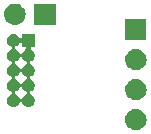
<source format=gbr>
G04 #@! TF.GenerationSoftware,KiCad,Pcbnew,(5.0.2-5-10.14)*
G04 #@! TF.CreationDate,2019-03-07T11:44:03+01:00*
G04 #@! TF.ProjectId,jtag-swd,6a746167-2d73-4776-942e-6b696361645f,rev?*
G04 #@! TF.SameCoordinates,Original*
G04 #@! TF.FileFunction,Soldermask,Top*
G04 #@! TF.FilePolarity,Negative*
%FSLAX46Y46*%
G04 Gerber Fmt 4.6, Leading zero omitted, Abs format (unit mm)*
G04 Created by KiCad (PCBNEW (5.0.2-5-10.14)) date 2019 March 07, Thursday 11:44:03*
%MOMM*%
%LPD*%
G01*
G04 APERTURE LIST*
%ADD10C,0.100000*%
G04 APERTURE END LIST*
D10*
G36*
X85310442Y-51425518D02*
X85376627Y-51432037D01*
X85489853Y-51466384D01*
X85546467Y-51483557D01*
X85685087Y-51557652D01*
X85702991Y-51567222D01*
X85738729Y-51596552D01*
X85840186Y-51679814D01*
X85923448Y-51781271D01*
X85952778Y-51817009D01*
X85952779Y-51817011D01*
X86036443Y-51973533D01*
X86036443Y-51973534D01*
X86087963Y-52143373D01*
X86105359Y-52320000D01*
X86087963Y-52496627D01*
X86053616Y-52609853D01*
X86036443Y-52666467D01*
X85962348Y-52805087D01*
X85952778Y-52822991D01*
X85923448Y-52858729D01*
X85840186Y-52960186D01*
X85738729Y-53043448D01*
X85702991Y-53072778D01*
X85702989Y-53072779D01*
X85546467Y-53156443D01*
X85489853Y-53173616D01*
X85376627Y-53207963D01*
X85310442Y-53214482D01*
X85244260Y-53221000D01*
X85155740Y-53221000D01*
X85089558Y-53214482D01*
X85023373Y-53207963D01*
X84910147Y-53173616D01*
X84853533Y-53156443D01*
X84697011Y-53072779D01*
X84697009Y-53072778D01*
X84661271Y-53043448D01*
X84559814Y-52960186D01*
X84476552Y-52858729D01*
X84447222Y-52822991D01*
X84437652Y-52805087D01*
X84363557Y-52666467D01*
X84346384Y-52609853D01*
X84312037Y-52496627D01*
X84294641Y-52320000D01*
X84312037Y-52143373D01*
X84363557Y-51973534D01*
X84363557Y-51973533D01*
X84447221Y-51817011D01*
X84447222Y-51817009D01*
X84476552Y-51781271D01*
X84559814Y-51679814D01*
X84661271Y-51596552D01*
X84697009Y-51567222D01*
X84714913Y-51557652D01*
X84853533Y-51483557D01*
X84910147Y-51466384D01*
X85023373Y-51432037D01*
X85089558Y-51425518D01*
X85155740Y-51419000D01*
X85244260Y-51419000D01*
X85310442Y-51425518D01*
X85310442Y-51425518D01*
G37*
G36*
X74938015Y-45056973D02*
X75041879Y-45088479D01*
X75137600Y-45139644D01*
X75221501Y-45208499D01*
X75290356Y-45292400D01*
X75313766Y-45336195D01*
X75327374Y-45356561D01*
X75344701Y-45373889D01*
X75365076Y-45387502D01*
X75387715Y-45396880D01*
X75411748Y-45401660D01*
X75436252Y-45401660D01*
X75460286Y-45396879D01*
X75482925Y-45387502D01*
X75503299Y-45373888D01*
X75520627Y-45356561D01*
X75534240Y-45336186D01*
X75543618Y-45313547D01*
X75549000Y-45277262D01*
X75549000Y-45049000D01*
X76651000Y-45049000D01*
X76651000Y-46151000D01*
X76422738Y-46151000D01*
X76398352Y-46153402D01*
X76374903Y-46160515D01*
X76353292Y-46172066D01*
X76334350Y-46187612D01*
X76318804Y-46206554D01*
X76307253Y-46228165D01*
X76300140Y-46251614D01*
X76297738Y-46276000D01*
X76300140Y-46300386D01*
X76307253Y-46323835D01*
X76318804Y-46345446D01*
X76334350Y-46364388D01*
X76363808Y-46386236D01*
X76407600Y-46409644D01*
X76491501Y-46478499D01*
X76560356Y-46562400D01*
X76611521Y-46658121D01*
X76643027Y-46761985D01*
X76653666Y-46870000D01*
X76643027Y-46978015D01*
X76611521Y-47081879D01*
X76560356Y-47177600D01*
X76491501Y-47261501D01*
X76407600Y-47330356D01*
X76311879Y-47381521D01*
X76299142Y-47385385D01*
X76276507Y-47394760D01*
X76256133Y-47408374D01*
X76238806Y-47425701D01*
X76225192Y-47446076D01*
X76215814Y-47468715D01*
X76211034Y-47492748D01*
X76211034Y-47517252D01*
X76215815Y-47541286D01*
X76225192Y-47563925D01*
X76238806Y-47584299D01*
X76256133Y-47601626D01*
X76276508Y-47615240D01*
X76299142Y-47624615D01*
X76311879Y-47628479D01*
X76407600Y-47679644D01*
X76491501Y-47748499D01*
X76560356Y-47832400D01*
X76611521Y-47928121D01*
X76643027Y-48031985D01*
X76653666Y-48140000D01*
X76643027Y-48248015D01*
X76611521Y-48351879D01*
X76560356Y-48447600D01*
X76491501Y-48531501D01*
X76407600Y-48600356D01*
X76311879Y-48651521D01*
X76299142Y-48655385D01*
X76276507Y-48664760D01*
X76256133Y-48678374D01*
X76238806Y-48695701D01*
X76225192Y-48716076D01*
X76215814Y-48738715D01*
X76211034Y-48762748D01*
X76211034Y-48787252D01*
X76215815Y-48811286D01*
X76225192Y-48833925D01*
X76238806Y-48854299D01*
X76256133Y-48871626D01*
X76276508Y-48885240D01*
X76299142Y-48894615D01*
X76311879Y-48898479D01*
X76407600Y-48949644D01*
X76491501Y-49018499D01*
X76560356Y-49102400D01*
X76611521Y-49198121D01*
X76643027Y-49301985D01*
X76653666Y-49410000D01*
X76643027Y-49518015D01*
X76611521Y-49621879D01*
X76560356Y-49717600D01*
X76491501Y-49801501D01*
X76407600Y-49870356D01*
X76311879Y-49921521D01*
X76299142Y-49925385D01*
X76276507Y-49934760D01*
X76256133Y-49948374D01*
X76238806Y-49965701D01*
X76225192Y-49986076D01*
X76215814Y-50008715D01*
X76211034Y-50032748D01*
X76211034Y-50057252D01*
X76215815Y-50081286D01*
X76225192Y-50103925D01*
X76238806Y-50124299D01*
X76256133Y-50141626D01*
X76276508Y-50155240D01*
X76299142Y-50164615D01*
X76311879Y-50168479D01*
X76407600Y-50219644D01*
X76491501Y-50288499D01*
X76560356Y-50372400D01*
X76611521Y-50468121D01*
X76643027Y-50571985D01*
X76653666Y-50680000D01*
X76643027Y-50788015D01*
X76611521Y-50891879D01*
X76560356Y-50987600D01*
X76491501Y-51071501D01*
X76407600Y-51140356D01*
X76311879Y-51191521D01*
X76208015Y-51223027D01*
X76127067Y-51231000D01*
X76072933Y-51231000D01*
X75991985Y-51223027D01*
X75888121Y-51191521D01*
X75792400Y-51140356D01*
X75708499Y-51071501D01*
X75639644Y-50987600D01*
X75588479Y-50891879D01*
X75584615Y-50879142D01*
X75575240Y-50856507D01*
X75561626Y-50836133D01*
X75544299Y-50818806D01*
X75523924Y-50805192D01*
X75501285Y-50795814D01*
X75477252Y-50791034D01*
X75452748Y-50791034D01*
X75428714Y-50795815D01*
X75406075Y-50805192D01*
X75385701Y-50818806D01*
X75368374Y-50836133D01*
X75354760Y-50856508D01*
X75345385Y-50879142D01*
X75341521Y-50891879D01*
X75290356Y-50987600D01*
X75221501Y-51071501D01*
X75137600Y-51140356D01*
X75041879Y-51191521D01*
X74938015Y-51223027D01*
X74857067Y-51231000D01*
X74802933Y-51231000D01*
X74721985Y-51223027D01*
X74618121Y-51191521D01*
X74522400Y-51140356D01*
X74438499Y-51071501D01*
X74369644Y-50987600D01*
X74318479Y-50891879D01*
X74286973Y-50788015D01*
X74276334Y-50680000D01*
X74286973Y-50571985D01*
X74318479Y-50468121D01*
X74369644Y-50372400D01*
X74438499Y-50288499D01*
X74522400Y-50219644D01*
X74618121Y-50168479D01*
X74630858Y-50164615D01*
X74653493Y-50155240D01*
X74673867Y-50141626D01*
X74691194Y-50124299D01*
X74704808Y-50103924D01*
X74714186Y-50081285D01*
X74718966Y-50057252D01*
X74718966Y-50032748D01*
X74941034Y-50032748D01*
X74941034Y-50057252D01*
X74945815Y-50081286D01*
X74955192Y-50103925D01*
X74968806Y-50124299D01*
X74986133Y-50141626D01*
X75006508Y-50155240D01*
X75029142Y-50164615D01*
X75041879Y-50168479D01*
X75137600Y-50219644D01*
X75221501Y-50288499D01*
X75290356Y-50372400D01*
X75341521Y-50468121D01*
X75345383Y-50480854D01*
X75354760Y-50503493D01*
X75368374Y-50523867D01*
X75385701Y-50541194D01*
X75406076Y-50554808D01*
X75428715Y-50564186D01*
X75452748Y-50568966D01*
X75477252Y-50568966D01*
X75501286Y-50564185D01*
X75523925Y-50554808D01*
X75544299Y-50541194D01*
X75561626Y-50523867D01*
X75575240Y-50503492D01*
X75584617Y-50480854D01*
X75588479Y-50468121D01*
X75639644Y-50372400D01*
X75708499Y-50288499D01*
X75792400Y-50219644D01*
X75888121Y-50168479D01*
X75900858Y-50164615D01*
X75923493Y-50155240D01*
X75943867Y-50141626D01*
X75961194Y-50124299D01*
X75974808Y-50103924D01*
X75984186Y-50081285D01*
X75988966Y-50057252D01*
X75988966Y-50032748D01*
X75984185Y-50008714D01*
X75974808Y-49986075D01*
X75961194Y-49965701D01*
X75943867Y-49948374D01*
X75923492Y-49934760D01*
X75900858Y-49925385D01*
X75888121Y-49921521D01*
X75792400Y-49870356D01*
X75708499Y-49801501D01*
X75639644Y-49717600D01*
X75588479Y-49621879D01*
X75584615Y-49609142D01*
X75575240Y-49586507D01*
X75561626Y-49566133D01*
X75544299Y-49548806D01*
X75523924Y-49535192D01*
X75501285Y-49525814D01*
X75477252Y-49521034D01*
X75452748Y-49521034D01*
X75428714Y-49525815D01*
X75406075Y-49535192D01*
X75385701Y-49548806D01*
X75368374Y-49566133D01*
X75354760Y-49586508D01*
X75345385Y-49609142D01*
X75341521Y-49621879D01*
X75290356Y-49717600D01*
X75221501Y-49801501D01*
X75137600Y-49870356D01*
X75041879Y-49921521D01*
X75029142Y-49925385D01*
X75006507Y-49934760D01*
X74986133Y-49948374D01*
X74968806Y-49965701D01*
X74955192Y-49986076D01*
X74945814Y-50008715D01*
X74941034Y-50032748D01*
X74718966Y-50032748D01*
X74714185Y-50008714D01*
X74704808Y-49986075D01*
X74691194Y-49965701D01*
X74673867Y-49948374D01*
X74653492Y-49934760D01*
X74630858Y-49925385D01*
X74618121Y-49921521D01*
X74522400Y-49870356D01*
X74438499Y-49801501D01*
X74369644Y-49717600D01*
X74318479Y-49621879D01*
X74286973Y-49518015D01*
X74276334Y-49410000D01*
X74286973Y-49301985D01*
X74318479Y-49198121D01*
X74369644Y-49102400D01*
X74438499Y-49018499D01*
X74522400Y-48949644D01*
X74618121Y-48898479D01*
X74630858Y-48894615D01*
X74653493Y-48885240D01*
X74673867Y-48871626D01*
X74691194Y-48854299D01*
X74704808Y-48833924D01*
X74714186Y-48811285D01*
X74718966Y-48787252D01*
X74718966Y-48762748D01*
X74941034Y-48762748D01*
X74941034Y-48787252D01*
X74945815Y-48811286D01*
X74955192Y-48833925D01*
X74968806Y-48854299D01*
X74986133Y-48871626D01*
X75006508Y-48885240D01*
X75029142Y-48894615D01*
X75041879Y-48898479D01*
X75137600Y-48949644D01*
X75221501Y-49018499D01*
X75290356Y-49102400D01*
X75341521Y-49198121D01*
X75345383Y-49210854D01*
X75354760Y-49233493D01*
X75368374Y-49253867D01*
X75385701Y-49271194D01*
X75406076Y-49284808D01*
X75428715Y-49294186D01*
X75452748Y-49298966D01*
X75477252Y-49298966D01*
X75501286Y-49294185D01*
X75523925Y-49284808D01*
X75544299Y-49271194D01*
X75561626Y-49253867D01*
X75575240Y-49233492D01*
X75584617Y-49210854D01*
X75588479Y-49198121D01*
X75639644Y-49102400D01*
X75708499Y-49018499D01*
X75792400Y-48949644D01*
X75888121Y-48898479D01*
X75900858Y-48894615D01*
X75923493Y-48885240D01*
X75943867Y-48871626D01*
X75961194Y-48854299D01*
X75974808Y-48833924D01*
X75984186Y-48811285D01*
X75988966Y-48787252D01*
X75988966Y-48762748D01*
X75984185Y-48738714D01*
X75974808Y-48716075D01*
X75961194Y-48695701D01*
X75943867Y-48678374D01*
X75923492Y-48664760D01*
X75900858Y-48655385D01*
X75888121Y-48651521D01*
X75792400Y-48600356D01*
X75708499Y-48531501D01*
X75639644Y-48447600D01*
X75588479Y-48351879D01*
X75584615Y-48339142D01*
X75575240Y-48316507D01*
X75561626Y-48296133D01*
X75544299Y-48278806D01*
X75523924Y-48265192D01*
X75501285Y-48255814D01*
X75477252Y-48251034D01*
X75452748Y-48251034D01*
X75428714Y-48255815D01*
X75406075Y-48265192D01*
X75385701Y-48278806D01*
X75368374Y-48296133D01*
X75354760Y-48316508D01*
X75345385Y-48339142D01*
X75341521Y-48351879D01*
X75290356Y-48447600D01*
X75221501Y-48531501D01*
X75137600Y-48600356D01*
X75041879Y-48651521D01*
X75029142Y-48655385D01*
X75006507Y-48664760D01*
X74986133Y-48678374D01*
X74968806Y-48695701D01*
X74955192Y-48716076D01*
X74945814Y-48738715D01*
X74941034Y-48762748D01*
X74718966Y-48762748D01*
X74714185Y-48738714D01*
X74704808Y-48716075D01*
X74691194Y-48695701D01*
X74673867Y-48678374D01*
X74653492Y-48664760D01*
X74630858Y-48655385D01*
X74618121Y-48651521D01*
X74522400Y-48600356D01*
X74438499Y-48531501D01*
X74369644Y-48447600D01*
X74318479Y-48351879D01*
X74286973Y-48248015D01*
X74276334Y-48140000D01*
X74286973Y-48031985D01*
X74318479Y-47928121D01*
X74369644Y-47832400D01*
X74438499Y-47748499D01*
X74522400Y-47679644D01*
X74618121Y-47628479D01*
X74630858Y-47624615D01*
X74653493Y-47615240D01*
X74673867Y-47601626D01*
X74691194Y-47584299D01*
X74704808Y-47563924D01*
X74714186Y-47541285D01*
X74718966Y-47517252D01*
X74718966Y-47492748D01*
X74941034Y-47492748D01*
X74941034Y-47517252D01*
X74945815Y-47541286D01*
X74955192Y-47563925D01*
X74968806Y-47584299D01*
X74986133Y-47601626D01*
X75006508Y-47615240D01*
X75029142Y-47624615D01*
X75041879Y-47628479D01*
X75137600Y-47679644D01*
X75221501Y-47748499D01*
X75290356Y-47832400D01*
X75341521Y-47928121D01*
X75345383Y-47940854D01*
X75354760Y-47963493D01*
X75368374Y-47983867D01*
X75385701Y-48001194D01*
X75406076Y-48014808D01*
X75428715Y-48024186D01*
X75452748Y-48028966D01*
X75477252Y-48028966D01*
X75501286Y-48024185D01*
X75523925Y-48014808D01*
X75544299Y-48001194D01*
X75561626Y-47983867D01*
X75575240Y-47963492D01*
X75584617Y-47940854D01*
X75588479Y-47928121D01*
X75639644Y-47832400D01*
X75708499Y-47748499D01*
X75792400Y-47679644D01*
X75888121Y-47628479D01*
X75900858Y-47624615D01*
X75923493Y-47615240D01*
X75943867Y-47601626D01*
X75961194Y-47584299D01*
X75974808Y-47563924D01*
X75984186Y-47541285D01*
X75988966Y-47517252D01*
X75988966Y-47492748D01*
X75984185Y-47468714D01*
X75974808Y-47446075D01*
X75961194Y-47425701D01*
X75943867Y-47408374D01*
X75923492Y-47394760D01*
X75900858Y-47385385D01*
X75888121Y-47381521D01*
X75792400Y-47330356D01*
X75708499Y-47261501D01*
X75639644Y-47177600D01*
X75588479Y-47081879D01*
X75584615Y-47069142D01*
X75575240Y-47046507D01*
X75561626Y-47026133D01*
X75544299Y-47008806D01*
X75523924Y-46995192D01*
X75501285Y-46985814D01*
X75477252Y-46981034D01*
X75452748Y-46981034D01*
X75428714Y-46985815D01*
X75406075Y-46995192D01*
X75385701Y-47008806D01*
X75368374Y-47026133D01*
X75354760Y-47046508D01*
X75345385Y-47069142D01*
X75341521Y-47081879D01*
X75290356Y-47177600D01*
X75221501Y-47261501D01*
X75137600Y-47330356D01*
X75041879Y-47381521D01*
X75029142Y-47385385D01*
X75006507Y-47394760D01*
X74986133Y-47408374D01*
X74968806Y-47425701D01*
X74955192Y-47446076D01*
X74945814Y-47468715D01*
X74941034Y-47492748D01*
X74718966Y-47492748D01*
X74714185Y-47468714D01*
X74704808Y-47446075D01*
X74691194Y-47425701D01*
X74673867Y-47408374D01*
X74653492Y-47394760D01*
X74630858Y-47385385D01*
X74618121Y-47381521D01*
X74522400Y-47330356D01*
X74438499Y-47261501D01*
X74369644Y-47177600D01*
X74318479Y-47081879D01*
X74286973Y-46978015D01*
X74276334Y-46870000D01*
X74286973Y-46761985D01*
X74318479Y-46658121D01*
X74369644Y-46562400D01*
X74438499Y-46478499D01*
X74522400Y-46409644D01*
X74618121Y-46358479D01*
X74630858Y-46354615D01*
X74653493Y-46345240D01*
X74673867Y-46331626D01*
X74691194Y-46314299D01*
X74704808Y-46293924D01*
X74714186Y-46271285D01*
X74718966Y-46247252D01*
X74718966Y-46222748D01*
X74941034Y-46222748D01*
X74941034Y-46247252D01*
X74945815Y-46271286D01*
X74955192Y-46293925D01*
X74968806Y-46314299D01*
X74986133Y-46331626D01*
X75006508Y-46345240D01*
X75029142Y-46354615D01*
X75041879Y-46358479D01*
X75137600Y-46409644D01*
X75221501Y-46478499D01*
X75290356Y-46562400D01*
X75341521Y-46658121D01*
X75345383Y-46670854D01*
X75354760Y-46693493D01*
X75368374Y-46713867D01*
X75385701Y-46731194D01*
X75406076Y-46744808D01*
X75428715Y-46754186D01*
X75452748Y-46758966D01*
X75477252Y-46758966D01*
X75501286Y-46754185D01*
X75523925Y-46744808D01*
X75544299Y-46731194D01*
X75561626Y-46713867D01*
X75575240Y-46693492D01*
X75584617Y-46670854D01*
X75588479Y-46658121D01*
X75639644Y-46562400D01*
X75708499Y-46478499D01*
X75792400Y-46409644D01*
X75836195Y-46386234D01*
X75856561Y-46372626D01*
X75873889Y-46355299D01*
X75887502Y-46334924D01*
X75896880Y-46312285D01*
X75901660Y-46288252D01*
X75901660Y-46263748D01*
X75896879Y-46239714D01*
X75887502Y-46217075D01*
X75873888Y-46196701D01*
X75856561Y-46179373D01*
X75836186Y-46165760D01*
X75813547Y-46156382D01*
X75777262Y-46151000D01*
X75549000Y-46151000D01*
X75549000Y-45922738D01*
X75546598Y-45898352D01*
X75539485Y-45874903D01*
X75527934Y-45853292D01*
X75512388Y-45834350D01*
X75493446Y-45818804D01*
X75471835Y-45807253D01*
X75448386Y-45800140D01*
X75424000Y-45797738D01*
X75399614Y-45800140D01*
X75376165Y-45807253D01*
X75354554Y-45818804D01*
X75335612Y-45834350D01*
X75313764Y-45863808D01*
X75290356Y-45907600D01*
X75221501Y-45991501D01*
X75137600Y-46060356D01*
X75041879Y-46111521D01*
X75029142Y-46115385D01*
X75006507Y-46124760D01*
X74986133Y-46138374D01*
X74968806Y-46155701D01*
X74955192Y-46176076D01*
X74945814Y-46198715D01*
X74941034Y-46222748D01*
X74718966Y-46222748D01*
X74714185Y-46198714D01*
X74704808Y-46176075D01*
X74691194Y-46155701D01*
X74673867Y-46138374D01*
X74653492Y-46124760D01*
X74630858Y-46115385D01*
X74618121Y-46111521D01*
X74522400Y-46060356D01*
X74438499Y-45991501D01*
X74369644Y-45907600D01*
X74318479Y-45811879D01*
X74286973Y-45708015D01*
X74276334Y-45600000D01*
X74286973Y-45491985D01*
X74318479Y-45388121D01*
X74369644Y-45292400D01*
X74438499Y-45208499D01*
X74522400Y-45139644D01*
X74618121Y-45088479D01*
X74721985Y-45056973D01*
X74802933Y-45049000D01*
X74857067Y-45049000D01*
X74938015Y-45056973D01*
X74938015Y-45056973D01*
G37*
G36*
X85307615Y-48885240D02*
X85376627Y-48892037D01*
X85489853Y-48926384D01*
X85546467Y-48943557D01*
X85685087Y-49017652D01*
X85702991Y-49027222D01*
X85738729Y-49056552D01*
X85840186Y-49139814D01*
X85898486Y-49210854D01*
X85952778Y-49277009D01*
X85952779Y-49277011D01*
X86036443Y-49433533D01*
X86036443Y-49433534D01*
X86087963Y-49603373D01*
X86105359Y-49780000D01*
X86087963Y-49956627D01*
X86072162Y-50008715D01*
X86036443Y-50126467D01*
X85962348Y-50265087D01*
X85952778Y-50282991D01*
X85923448Y-50318729D01*
X85840186Y-50420186D01*
X85738729Y-50503448D01*
X85702991Y-50532778D01*
X85702989Y-50532779D01*
X85546467Y-50616443D01*
X85489853Y-50633616D01*
X85376627Y-50667963D01*
X85310442Y-50674482D01*
X85244260Y-50681000D01*
X85155740Y-50681000D01*
X85089558Y-50674482D01*
X85023373Y-50667963D01*
X84910147Y-50633616D01*
X84853533Y-50616443D01*
X84697011Y-50532779D01*
X84697009Y-50532778D01*
X84661271Y-50503448D01*
X84559814Y-50420186D01*
X84476552Y-50318729D01*
X84447222Y-50282991D01*
X84437652Y-50265087D01*
X84363557Y-50126467D01*
X84327838Y-50008715D01*
X84312037Y-49956627D01*
X84294641Y-49780000D01*
X84312037Y-49603373D01*
X84363557Y-49433534D01*
X84363557Y-49433533D01*
X84447221Y-49277011D01*
X84447222Y-49277009D01*
X84501514Y-49210854D01*
X84559814Y-49139814D01*
X84661271Y-49056552D01*
X84697009Y-49027222D01*
X84714913Y-49017652D01*
X84853533Y-48943557D01*
X84910147Y-48926384D01*
X85023373Y-48892037D01*
X85092385Y-48885240D01*
X85155740Y-48879000D01*
X85244260Y-48879000D01*
X85307615Y-48885240D01*
X85307615Y-48885240D01*
G37*
G36*
X85307615Y-46345240D02*
X85376627Y-46352037D01*
X85489379Y-46386240D01*
X85546467Y-46403557D01*
X85685087Y-46477652D01*
X85702991Y-46487222D01*
X85738729Y-46516552D01*
X85840186Y-46599814D01*
X85898486Y-46670854D01*
X85952778Y-46737009D01*
X85952779Y-46737011D01*
X86036443Y-46893533D01*
X86036443Y-46893534D01*
X86087963Y-47063373D01*
X86105359Y-47240000D01*
X86087963Y-47416627D01*
X86072162Y-47468715D01*
X86036443Y-47586467D01*
X85962348Y-47725087D01*
X85952778Y-47742991D01*
X85923448Y-47778729D01*
X85840186Y-47880186D01*
X85738729Y-47963448D01*
X85702991Y-47992778D01*
X85702989Y-47992779D01*
X85546467Y-48076443D01*
X85489853Y-48093616D01*
X85376627Y-48127963D01*
X85310442Y-48134482D01*
X85244260Y-48141000D01*
X85155740Y-48141000D01*
X85089558Y-48134482D01*
X85023373Y-48127963D01*
X84910147Y-48093616D01*
X84853533Y-48076443D01*
X84697011Y-47992779D01*
X84697009Y-47992778D01*
X84661271Y-47963448D01*
X84559814Y-47880186D01*
X84476552Y-47778729D01*
X84447222Y-47742991D01*
X84437652Y-47725087D01*
X84363557Y-47586467D01*
X84327838Y-47468715D01*
X84312037Y-47416627D01*
X84294641Y-47240000D01*
X84312037Y-47063373D01*
X84363557Y-46893534D01*
X84363557Y-46893533D01*
X84447221Y-46737011D01*
X84447222Y-46737009D01*
X84501514Y-46670854D01*
X84559814Y-46599814D01*
X84661271Y-46516552D01*
X84697009Y-46487222D01*
X84714913Y-46477652D01*
X84853533Y-46403557D01*
X84910621Y-46386240D01*
X85023373Y-46352037D01*
X85092385Y-46345240D01*
X85155740Y-46339000D01*
X85244260Y-46339000D01*
X85307615Y-46345240D01*
X85307615Y-46345240D01*
G37*
G36*
X86101000Y-45601000D02*
X84299000Y-45601000D01*
X84299000Y-43799000D01*
X86101000Y-43799000D01*
X86101000Y-45601000D01*
X86101000Y-45601000D01*
G37*
G36*
X78401000Y-44301000D02*
X76599000Y-44301000D01*
X76599000Y-42499000D01*
X78401000Y-42499000D01*
X78401000Y-44301000D01*
X78401000Y-44301000D01*
G37*
G36*
X75070443Y-42505519D02*
X75136627Y-42512037D01*
X75249853Y-42546384D01*
X75306467Y-42563557D01*
X75445087Y-42637652D01*
X75462991Y-42647222D01*
X75498729Y-42676552D01*
X75600186Y-42759814D01*
X75683448Y-42861271D01*
X75712778Y-42897009D01*
X75712779Y-42897011D01*
X75796443Y-43053533D01*
X75796443Y-43053534D01*
X75847963Y-43223373D01*
X75865359Y-43400000D01*
X75847963Y-43576627D01*
X75813616Y-43689853D01*
X75796443Y-43746467D01*
X75768363Y-43799000D01*
X75712778Y-43902991D01*
X75683448Y-43938729D01*
X75600186Y-44040186D01*
X75498729Y-44123448D01*
X75462991Y-44152778D01*
X75462989Y-44152779D01*
X75306467Y-44236443D01*
X75249853Y-44253616D01*
X75136627Y-44287963D01*
X75070443Y-44294481D01*
X75004260Y-44301000D01*
X74915740Y-44301000D01*
X74849557Y-44294481D01*
X74783373Y-44287963D01*
X74670147Y-44253616D01*
X74613533Y-44236443D01*
X74457011Y-44152779D01*
X74457009Y-44152778D01*
X74421271Y-44123448D01*
X74319814Y-44040186D01*
X74236552Y-43938729D01*
X74207222Y-43902991D01*
X74151637Y-43799000D01*
X74123557Y-43746467D01*
X74106384Y-43689853D01*
X74072037Y-43576627D01*
X74054641Y-43400000D01*
X74072037Y-43223373D01*
X74123557Y-43053534D01*
X74123557Y-43053533D01*
X74207221Y-42897011D01*
X74207222Y-42897009D01*
X74236552Y-42861271D01*
X74319814Y-42759814D01*
X74421271Y-42676552D01*
X74457009Y-42647222D01*
X74474913Y-42637652D01*
X74613533Y-42563557D01*
X74670147Y-42546384D01*
X74783373Y-42512037D01*
X74849557Y-42505519D01*
X74915740Y-42499000D01*
X75004260Y-42499000D01*
X75070443Y-42505519D01*
X75070443Y-42505519D01*
G37*
M02*

</source>
